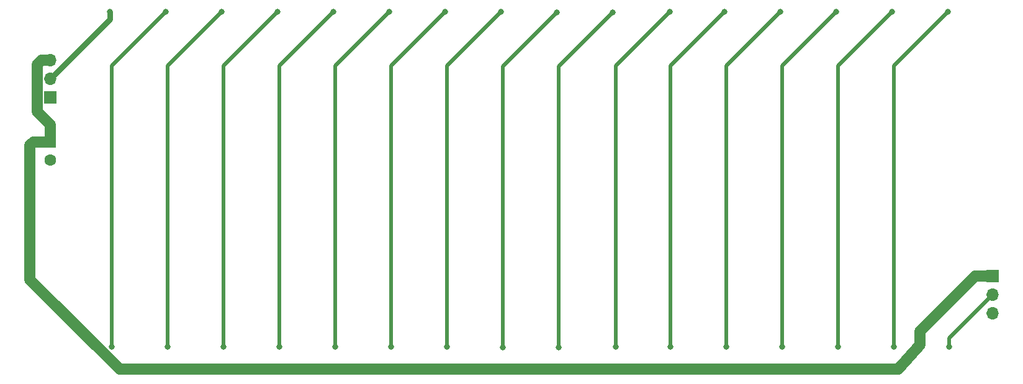
<source format=gbr>
G04 #@! TF.GenerationSoftware,KiCad,Pcbnew,(5.1.5-0-10_14)*
G04 #@! TF.CreationDate,2020-01-20T13:36:02-08:00*
G04 #@! TF.ProjectId,SpectrumAnayzerMini,53706563-7472-4756-9d41-6e61797a6572,rev?*
G04 #@! TF.SameCoordinates,Original*
G04 #@! TF.FileFunction,Copper,L2,Bot*
G04 #@! TF.FilePolarity,Positive*
%FSLAX46Y46*%
G04 Gerber Fmt 4.6, Leading zero omitted, Abs format (unit mm)*
G04 Created by KiCad (PCBNEW (5.1.5-0-10_14)) date 2020-01-20 13:36:02*
%MOMM*%
%LPD*%
G04 APERTURE LIST*
%ADD10O,1.700000X1.700000*%
%ADD11R,1.700000X1.700000*%
%ADD12C,1.600000*%
%ADD13R,1.600000X1.600000*%
%ADD14C,0.800000*%
%ADD15C,1.524000*%
%ADD16C,0.508000*%
%ADD17C,0.762000*%
G04 APERTURE END LIST*
D10*
X71120000Y-89027000D03*
X71120000Y-91567000D03*
D11*
X71120000Y-94107000D03*
D12*
X71120000Y-102703000D03*
D13*
X71120000Y-100203000D03*
D10*
X199644000Y-123571000D03*
X199644000Y-121031000D03*
D11*
X199644000Y-118491000D03*
D14*
X186182000Y-128143000D03*
X193548000Y-82423000D03*
X79502000Y-128143000D03*
X86868000Y-82423000D03*
X94488000Y-82423000D03*
X87122000Y-128143000D03*
X94742000Y-128143000D03*
X102108000Y-82423000D03*
X109728000Y-82423000D03*
X102362000Y-128143000D03*
X117348000Y-82423000D03*
X109982000Y-128143000D03*
X124968000Y-82423000D03*
X117602000Y-128143000D03*
X125222000Y-128143000D03*
X132588000Y-82423000D03*
X132842000Y-128270000D03*
X140208000Y-82550000D03*
X155575000Y-82423000D03*
X148209000Y-128143000D03*
X155702000Y-128143000D03*
X163068000Y-82423000D03*
X163322000Y-128143000D03*
X170688000Y-82423000D03*
X170942000Y-128143000D03*
X178308000Y-82423000D03*
X185928000Y-82423000D03*
X178562000Y-128143000D03*
X193675000Y-128143000D03*
X140462000Y-128270000D03*
X147828000Y-82550000D03*
X79248000Y-82423000D03*
D15*
X69917919Y-89027000D02*
X71120000Y-89027000D01*
X69307999Y-89636920D02*
X69917919Y-89027000D01*
X69307999Y-96066999D02*
X69307999Y-89636920D01*
X71120000Y-97879000D02*
X69307999Y-96066999D01*
X71120000Y-100203000D02*
X71120000Y-97879000D01*
X80563228Y-131219990D02*
X68326000Y-118982762D01*
X186773248Y-131219990D02*
X80563228Y-131219990D01*
X68796000Y-100203000D02*
X71120000Y-100203000D01*
X68326000Y-100673000D02*
X68796000Y-100203000D01*
X68326000Y-118982762D02*
X68326000Y-100673000D01*
X189738000Y-126023000D02*
X189738000Y-127889000D01*
X197270000Y-118491000D02*
X189738000Y-126023000D01*
X199644000Y-118491000D02*
X197270000Y-118491000D01*
X189738000Y-127889000D02*
X186773248Y-131219990D01*
D16*
X186182000Y-128143000D02*
X186182000Y-89789000D01*
X186182000Y-89789000D02*
X193548000Y-82423000D01*
X79502000Y-89789000D02*
X86868000Y-82423000D01*
X79502000Y-128143000D02*
X79502000Y-89789000D01*
X87122000Y-128143000D02*
X87122000Y-89789000D01*
X87122000Y-89789000D02*
X94488000Y-82423000D01*
X94742000Y-128143000D02*
X94742000Y-89789000D01*
X94742000Y-89789000D02*
X102108000Y-82423000D01*
X102362000Y-128143000D02*
X102362000Y-89789000D01*
X102362000Y-89789000D02*
X109728000Y-82423000D01*
X109982000Y-128143000D02*
X109982000Y-89789000D01*
X109982000Y-89789000D02*
X117348000Y-82423000D01*
X117602000Y-128143000D02*
X117602000Y-89789000D01*
X117602000Y-89789000D02*
X124968000Y-82423000D01*
X125222000Y-89789000D02*
X132588000Y-82423000D01*
X125222000Y-128143000D02*
X125222000Y-89789000D01*
X132842000Y-89916000D02*
X140208000Y-82550000D01*
X132842000Y-128270000D02*
X132842000Y-89916000D01*
X148209000Y-89789000D02*
X155575000Y-82423000D01*
X148209000Y-128143000D02*
X148209000Y-89789000D01*
X155702000Y-128143000D02*
X155702000Y-89789000D01*
X155702000Y-89789000D02*
X163068000Y-82423000D01*
X163322000Y-128143000D02*
X163322000Y-89789000D01*
X163322000Y-89789000D02*
X170688000Y-82423000D01*
X170942000Y-89789000D02*
X178308000Y-82423000D01*
X170942000Y-128143000D02*
X170942000Y-89789000D01*
X178562000Y-89789000D02*
X185928000Y-82423000D01*
X178562000Y-128143000D02*
X178562000Y-89789000D01*
X193675000Y-127000000D02*
X199644000Y-121031000D01*
X193675000Y-128143000D02*
X193675000Y-127000000D01*
X140462000Y-89916000D02*
X147828000Y-82550000D01*
X140462000Y-128270000D02*
X140462000Y-89916000D01*
D17*
X79248000Y-83439000D02*
X79248000Y-82423000D01*
X71120000Y-91567000D02*
X79248000Y-83439000D01*
M02*

</source>
